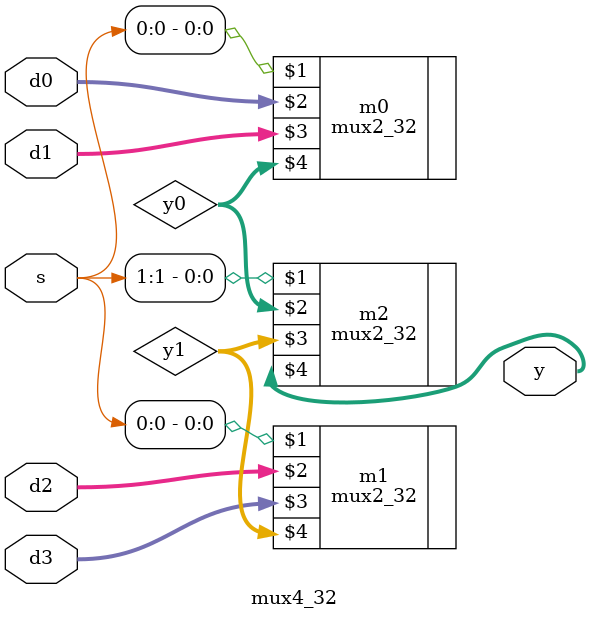
<source format=sv>
module mux4_32(
    input logic [1:0] s,
    input logic [31:0] d0, d1, d2, d3,
    output logic [31:0] y);

    logic [31:0] y0, y1;

    mux2_32 m0(s[0], d0, d1, y0);
    mux2_32 m1(s[0], d2, d3, y1);
    mux2_32 m2(s[1], y0, y1, y);
endmodule

</source>
